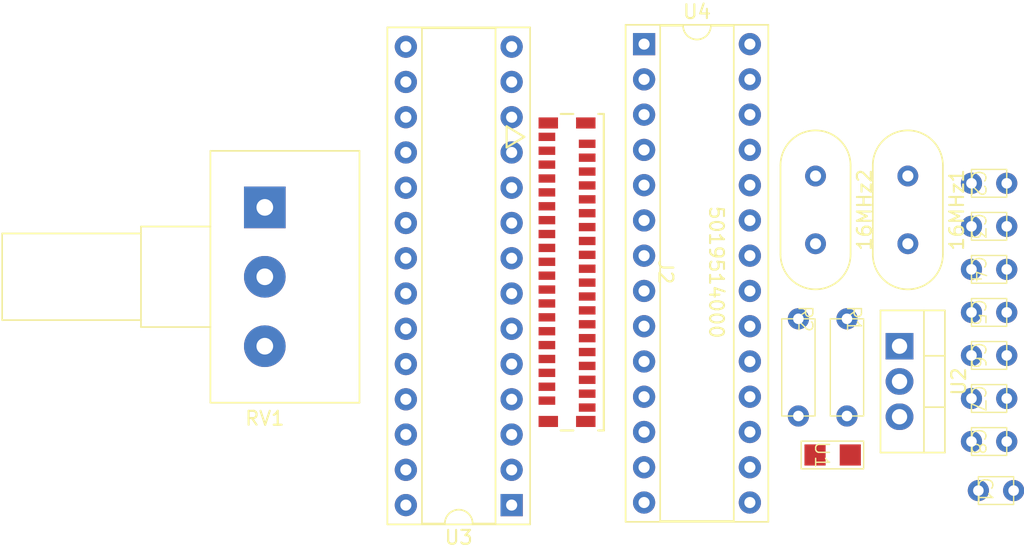
<source format=kicad_pcb>
(kicad_pcb (version 20221018) (generator pcbnew)
  (layers (0 "F.Cu" signal) (1 "In1.Cu" signal) (2 "In2.Cu" signal) (31 "B.Cu" signal) (34 "B.Paste" user) (35 "F.Paste" user) (36 "B.SilkS" user "B.Silkscreen") (37 "F.SilkS" user "F.Silkscreen") (38 "B.Mask" user) (39 "F.Mask" user) (44 "Edge.Cuts" user))
  (net 0 "")
  (net 1 "Net-(U3-XTAL1{slash}PB6)")
  (net 2 "Net-(U3-XTAL2{slash}PB7)")
  (net 3 "Net-(U1-VCC)")
  (net 4 "Net-(U4-XTAL1{slash}PB6)")
  (net 5 "Net-(U4-XTAL2{slash}PB7)")
  (net 6 "Net-(U1-GND)")
  (net 7 "Net-(U2-VO)")
  (net 8 "Net-(U3-PB0)")
  (net 9 "Net-(U3-PB1)")
  (net 10 "Net-(U3-PB3)")
  (net 11 "Net-(U3-PB4)")
  (net 12 "Net-(U3-PB5)")
  (net 13 "Net-(U3-PD0)")
  (net 14 "Net-(U3-PD1)")
  (net 15 "Net-(U3-PD2)")
  (net 16 "Net-(U3-PD3)")
  (net 17 "Net-(U3-PD4)")
  (net 18 "Net-(U3-PD5)")
  (net 19 "Net-(U3-PD6)")
  (net 20 "Net-(U4-PB0)")
  (net 21 "Net-(U4-PB1)")
  (net 22 "Net-(U4-PB2)")
  (net 33 "Net-(U3-~{RESET}{slash}PC6)")
  (net 34 "Net-(U4-~{RESET}{slash}PC6)")
  (net 35 "Net-(U3-PC0)")
  (net 36 "Net-(U3-PD7)")
  (net 37 "Net-(U3-PB2)")
  (footprint "custom:CON_5019514000" (layer "F.Cu") (at 128.449999 93.729977 -90)
    (fp_text reference "J2" (at 0 -7.112 -90 unlocked) (layer "F.SilkS"))
    (fp_text value "5019514000")
    (fp_text user "5019514000" (at 0 -10.76 -90 unlocked) (layer "F.SilkS"))
    (fp_line (start -11.399977 -2.649999) (end -11.399977 -2.249818) (stroke (width 0.1524)) (layer "F.SilkS"))
    (fp_line (start -11.399977 -0.450182) (end -11.399977 0.450182) (stroke (width 0.1524)) (layer "F.SilkS"))
    (fp_line (start -10.510977 4.35) (end -9.748977 3.08) (stroke (width 0.1524)) (layer "F.SilkS"))
    (fp_line (start -9.748977 3.08) (end -8.986977 4.35) (stroke (width 0.1524)) (layer "F.SilkS"))
    (fp_line (start -8.986977 4.35) (end -10.510977 4.35) (stroke (width 0.1524)) (layer "F.SilkS"))
    (fp_line (start 11.399977 -2.649999) (end -11.399977 -2.649999) (stroke (width 0.1524)) (layer "F.SilkS"))
    (fp_line (start 11.399977 -2.249818) (end 11.399977 -2.649999) (stroke (width 0.1524)) (layer "F.SilkS"))
    (fp_line (start 11.399977 0.450182) (end 11.399977 -0.450182) (stroke (width 0.1524)) (layer "F.SilkS"))
    (pad "1" smd rect (at -9.749977 1.449999 270) (size 0.6 1.2) (layers "F.Cu" "F.Paste" "F.Mask") (net 8 "Net-(U3-PB0)"))
    (pad "2" smd rect (at -9.249977 -1.45 270) (size 0.6 1.2) (layers "F.Cu" "F.Paste" "F.Mask") (net 9 "Net-(U3-PB1)"))
    (pad "3" smd rect (at -8.749978 1.449999 270) (size 0.6 1.2) (layers "F.Cu" "F.Paste" "F.Mask") (net 37 "Net-(U3-PB2)"))
    (pad "4" smd rect (at -8.249977 -1.45 270) (size 0.6 1.2) (layers "F.Cu" "F.Paste" "F.Mask") (net 10 "Net-(U3-PB3)"))
    (pad "5" smd rect (at -7.749977 1.449999 270) (size 0.6 1.2) (layers "F.Cu" "F.Paste" "F.Mask") (net 11 "Net-(U3-PB4)"))
    (pad "6" smd rect (at -7.249977 -1.45 270) (size 0.6 1.2) (layers "F.Cu" "F.Paste" "F.Mask") (net 12 "Net-(U3-PB5)"))
    (pad "7" smd rect (at -6.749977 1.449999 270) (size 0.6 1.2) (layers "F.Cu" "F.Paste" "F.Mask") (net 13 "Net-(U3-PD0)"))
    (pad "8" smd rect (at -6.249977 -1.45 270) (size 0.6 1.2) (layers "F.Cu" "F.Paste" "F.Mask") (net 14 "Net-(U3-PD1)"))
    (pad "9" smd rect (at -5.749977 1.449999 270) (size 0.6 1.2) (layers "F.Cu" "F.Paste" "F.Mask") (net 15 "Net-(U3-PD2)"))
    (pad "10" smd rect (at -5.249977 -1.45 270) (size 0.6 1.2) (layers "F.Cu" "F.Paste" "F.Mask") (net 16 "Net-(U3-PD3)"))
    (pad "11" smd rect (at -4.749977 1.449999 270) (size 0.6 1.2) (layers "F.Cu" "F.Paste" "F.Mask") (net 17 "Net-(U3-PD4)"))
    (pad "12" smd rect (at -4.249977 -1.45 270) (size 0.6 1.2) (layers "F.Cu" "F.Paste" "F.Mask") (net 18 "Net-(U3-PD5)"))
    (pad "13" smd rect (at -3.749977 1.449999 270) (size 0.6 1.2) (layers "F.Cu" "F.Paste" "F.Mask") (net 19 "Net-(U3-PD6)"))
    (pad "14" smd rect (at -3.249977 -1.45 270) (size 0.6 1.2) (layers "F.Cu" "F.Paste" "F.Mask") (net 20 "Net-(U4-PB0)"))
    (pad "15" smd rect (at -2.749977 1.449999 270) (size 0.6 1.2) (layers "F.Cu" "F.Paste" "F.Mask") (net 21 "Net-(U4-PB1)"))
    (pad "16" smd rect (at -2.249977 -1.45 270) (size 0.6 1.2) (layers "F.Cu" "F.Paste" "F.Mask") (net 22 "Net-(U4-PB2)"))
    (pad "17" smd rect (at -1.749977 1.449999 270) (size 0.6 1.2) (layers "F.Cu" "F.Paste" "F.Mask") (net 6 "Net-(U1-GND)"))
    (pad "18" smd rect (at -1.249977 -1.45 270) (size 0.6 1.2) (layers "F.Cu" "F.Paste" "F.Mask"))
    (pad "19" smd rect (at -0.749977 1.449999 270) (size 0.6 1.2) (layers "F.Cu" "F.Paste" "F.Mask"))
    (pad "20" smd rect (at -0.249977 -1.45 270) (size 0.6 1.2) (layers "F.Cu" "F.Paste" "F.Mask"))
    (pad "21" smd rect (at 0.250023 1.449999 270) (size 0.6 1.2) (layers "F.Cu" "F.Paste" "F.Mask"))
    (pad "22" smd rect (at 0.750023 -1.45 270) (size 0.6 1.2) (layers "F.Cu" "F.Paste" "F.Mask"))
    (pad "23" smd rect (at 1.250023 1.449999 270) (size 0.6 1.2) (layers "F.Cu" "F.Paste" "F.Mask"))
    (pad "24" smd rect (at 1.750023 -1.45 270) (size 0.6 1.2) (layers "F.Cu" "F.Paste" "F.Mask"))
    (pad "25" smd rect (at 2.250023 1.449999 270) (size 0.6 1.2) (layers "F.Cu" "F.Paste" "F.Mask"))
    (pad "26" smd rect (at 2.750023 -1.45 270) (size 0.6 1.2) (layers "F.Cu" "F.Paste" "F.Mask"))
    (pad "27" smd rect (at 3.250023 1.449999 270) (size 0.6 1.2) (layers "F.Cu" "F.Paste" "F.Mask"))
    (pad "28" smd rect (at 3.750023 -1.45 270) (size 0.6 1.2) (layers "F.Cu" "F.Paste" "F.Mask"))
    (pad "29" smd rect (at 4.250023 1.449999 270) (size 0.6 1.2) (layers "F.Cu" "F.Paste" "F.Mask"))
    (pad "30" smd rect (at 4.750023 -1.45 270) (size 0.6 1.2) (layers "F.Cu" "F.Paste" "F.Mask"))
    (pad "31" smd rect (at 5.250023 1.449999 270) (size 0.6 1.2) (layers "F.Cu" "F.Paste" "F.Mask"))
    (pad "32" smd rect (at 5.750023 -1.45 270) (size 0.6 1.2) (layers "F.Cu" "F.Paste" "F.Mask"))
    (pad "33" smd rect (at 6.250023 1.449999 270) (size 0.6 1.2) (layers "F.Cu" "F.Paste" "F.Mask"))
    (pad "34" smd rect (at 6.750024 -1.45 270) (size 0.6 1.2) (layers "F.Cu" "F.Paste" "F.Mask"))
    (pad "35" smd rect (at 7.250023 1.449999 270) (size 0.6 1.2) (layers "F.Cu" "F.Paste" "F.Mask"))
    (pad "36" smd rect (at 7.750023 -1.45 270) (size 0.6 1.2) (layers "F.Cu" "F.Paste" "F.Mask"))
    (pad "37" smd rect (at 8.250024 1.449999 270) (size 0.6 1.2) (layers "F.Cu" "F.Paste" "F.Mask"))
    (pad "38" smd rect (at 8.750023 -1.45 270) (size 0.6 1.2) (layers "F.Cu" "F.Paste" "F.Mask"))
    (pad "39" smd rect (at 9.250024 1.449999 270) (size 0.6 1.2) (layers "F.Cu" "F.Paste" "F.Mask"))
    (pad "40" smd rect (at 9.750023 -1.45 270) (size 0.6 1.2) (layers "F.Cu" "F.Paste" "F.Mask"))
    (pad "P1" smd rect (at -10.74998 1.35 270) (size 0.8 1.4) (layers "F.Cu" "F.Paste" "F.Mask"))
    (pad "P2" smd rect (at 10.74998 1.35 270) (size 0.8 1.4) (layers "F.Cu" "F.Paste" "F.Mask"))
    (pad "P3" smd rect (at -10.74998 -1.35 270) (size 0.8 1.4) (layers "F.Cu" "F.Paste" "F.Mask"))
    (pad "P4" smd rect (at 10.74998 -1.35 270) (size 0.8 1.4) (layers "F.Cu" "F.Paste" "F.Mask"))
  )
  (footprint "custom:capacitor" (layer "F.Cu") (at 157.583 102.825 -90)
    (fp_text reference "C7" (at 0 -0.5 -90 unlocked) (layer "F.SilkS") (effects (font (thickness 0.1))))
    (fp_text value "22pF")
    (fp_rect (start -1 -2.54) (end 1 0) (stroke (width 0.1)) (fill none) (layer "F.SilkS"))
    (pad "1" thru_hole circle (at 0 0 270) (size 1.524 1.524) (drill 0.762) (layers "*.Cu" "*.Mask") (net 5 "Net-(U4-XTAL2{slash}PB7)"))
    (pad "2" thru_hole circle (at 0 -2.54 270) (size 1.524 1.524) (drill 0.762) (layers "*.Cu" "*.Mask") (net 6 "Net-(U1-GND)"))
  )
  (footprint "Crystal:Crystal_HC49-4H_Vertical" (layer "F.Cu") (at 153 86.8 -90)
    (fp_text reference "16MHz1" (at 2.44 -3.525 90) (layer "F.SilkS"))
    (fp_text value "Crystal")
    (fp_line (start -0.76 -2.525) (end 5.64 -2.525) (stroke (width 0.12)) (layer "F.SilkS"))
    (fp_line (start -0.76 2.525) (end 5.64 2.525) (stroke (width 0.12)) (layer "F.SilkS"))
    (fp_arc (start -0.76 2.525) (mid -3.285 0) (end -0.76 -2.525) (stroke (width 0.12)) (layer "F.SilkS"))
    (fp_arc (start 5.64 -2.525) (mid 8.165 0) (end 5.64 2.525) (stroke (width 0.12)) (layer "F.SilkS"))
    (pad "1" thru_hole circle (at 0 0 270) (size 1.5 1.5) (drill 0.8) (layers "*.Cu" "*.Mask") (net 1 "Net-(U3-XTAL1{slash}PB6)"))
    (pad "2" thru_hole circle (at 4.88 0 270) (size 1.5 1.5) (drill 0.8) (layers "*.Cu" "*.Mask") (net 2 "Net-(U3-XTAL2{slash}PB7)"))
  )
  (footprint "Potentiometer_THT:Potentiometer_Alps_RK163_Single_Horizontal" (layer "F.Cu") (at 106.68 89.06)
    (fp_text reference "RV1" (at 0 15.2 180) (layer "F.SilkS"))
    (fp_text value "R_Potentiometer")
    (fp_line (start -18.92 8.12) (end -18.92 1.88) (stroke (width 0.12)) (layer "F.SilkS"))
    (fp_line (start -8.92 1.88) (end -18.92 1.88) (stroke (width 0.12)) (layer "F.SilkS"))
    (fp_line (start -8.92 8.12) (end -18.92 8.12) (stroke (width 0.12)) (layer "F.SilkS"))
    (fp_line (start -8.92 8.62) (end -8.92 1.38) (stroke (width 0.12)) (layer "F.SilkS"))
    (fp_line (start -3.92 1.38) (end -8.92 1.38) (stroke (width 0.12)) (layer "F.SilkS"))
    (fp_line (start -3.92 8.62) (end -8.92 8.62) (stroke (width 0.12)) (layer "F.SilkS"))
    (fp_line (start -3.92 14.07) (end -3.92 -4.07) (stroke (width 0.12)) (layer "F.SilkS"))
    (fp_line (start 6.82 -4.07) (end -3.92 -4.07) (stroke (width 0.12)) (layer "F.SilkS"))
    (fp_line (start 6.82 14.07) (end -3.92 14.07) (stroke (width 0.12)) (layer "F.SilkS"))
    (fp_line (start 6.82 14.07) (end 6.82 -4.07) (stroke (width 0.12)) (layer "F.SilkS"))
    (pad "1" thru_hole rect (at 0 0 180) (size 3 3) (drill 1.2) (layers "*.Cu" "*.Mask") (net 6 "Net-(U1-GND)"))
    (pad "2" thru_hole circle (at 0 5 180) (size 3 3) (drill 1.2) (layers "*.Cu" "*.Mask") (net 35 "Net-(U3-PC0)"))
    (pad "3" thru_hole circle (at 0 10 180) (size 3 3) (drill 1.2) (layers "*.Cu" "*.Mask") (net 7 "Net-(U2-VO)"))
  )
  (footprint "Package_DIP:DIP-28_W7.62mm_Socket" (layer "F.Cu") (at 134 77.3)
    (fp_text reference "U4" (at 3.81 -2.33) (layer "F.SilkS"))
    (fp_text value "ATmega328-P")
    (fp_line (start -1.33 -1.39) (end -1.33 34.41) (stroke (width 0.12)) (layer "F.SilkS"))
    (fp_line (start -1.33 34.41) (end 8.95 34.41) (stroke (width 0.12)) (layer "F.SilkS"))
    (fp_line (start 1.16 -1.33) (end 1.16 34.35) (stroke (width 0.12)) (layer "F.SilkS"))
    (fp_line (start 1.16 34.35) (end 6.46 34.35) (stroke (width 0.12)) (layer "F.SilkS"))
    (fp_line (start 2.81 -1.33) (end 1.16 -1.33) (stroke (width 0.12)) (layer "F.SilkS"))
    (fp_line (start 6.46 -1.33) (end 4.81 -1.33) (stroke (width 0.12)) (layer "F.SilkS"))
    (fp_line (start 6.46 34.35) (end 6.46 -1.33) (stroke (width 0.12)) (layer "F.SilkS"))
    (fp_line (start 8.95 -1.39) (end -1.33 -1.39) (stroke (width 0.12)) (layer "F.SilkS"))
    (fp_line (start 8.95 34.41) (end 8.95 -1.39) (stroke (width 0.12)) (layer "F.SilkS"))
    (fp_arc (start 4.81 -1.33) (mid 3.81 -0.33) (end 2.81 -1.33) (stroke (width 0.12)) (layer "F.SilkS"))
    (pad "1" thru_hole rect (at 0 0) (size 1.6 1.6) (drill 0.8) (layers "*.Cu" "*.Mask") (net 34 "Net-(U4-~{RESET}{slash}PC6)"))
    (pad "2" thru_hole oval (at 0 2.54) (size 1.6 1.6) (drill 0.8) (layers "*.Cu" "*.Mask"))
    (pad "3" thru_hole oval (at 0 5.08) (size 1.6 1.6) (drill 0.8) (layers "*.Cu" "*.Mask"))
    (pad "4" thru_hole oval (at 0 7.62) (size 1.6 1.6) (drill 0.8) (layers "*.Cu" "*.Mask"))
    (pad "5" thru_hole oval (at 0 10.16) (size 1.6 1.6) (drill 0.8) (layers "*.Cu" "*.Mask"))
    (pad "6" thru_hole oval (at 0 12.7) (size 1.6 1.6) (drill 0.8) (layers "*.Cu" "*.Mask"))
    (pad "7" thru_hole oval (at 0 15.24) (size 1.6 1.6) (drill 0.8) (layers "*.Cu" "*.Mask") (net 3 "Net-(U1-VCC)"))
    (pad "8" thru_hole oval (at 0 17.78) (size 1.6 1.6) (drill 0.8) (layers "*.Cu" "*.Mask") (net 6 "Net-(U1-GND)"))
    (pad "9" thru_hole oval (at 0 20.32) (size 1.6 1.6) (drill 0.8) (layers "*.Cu" "*.Mask") (net 4 "Net-(U4-XTAL1{slash}PB6)"))
    (pad "10" thru_hole oval (at 0 22.86) (size 1.6 1.6) (drill 0.8) (layers "*.Cu" "*.Mask") (net 5 "Net-(U4-XTAL2{slash}PB7)"))
    (pad "11" thru_hole oval (at 0 25.4) (size 1.6 1.6) (drill 0.8) (layers "*.Cu" "*.Mask"))
    (pad "12" thru_hole oval (at 0 27.94) (size 1.6 1.6) (drill 0.8) (layers "*.Cu" "*.Mask"))
    (pad "13" thru_hole oval (at 0 30.48) (size 1.6 1.6) (drill 0.8) (layers "*.Cu" "*.Mask"))
    (pad "14" thru_hole oval (at 0 33.02) (size 1.6 1.6) (drill 0.8) (layers "*.Cu" "*.Mask") (net 20 "Net-(U4-PB0)"))
    (pad "15" thru_hole oval (at 7.62 33.02) (size 1.6 1.6) (drill 0.8) (layers "*.Cu" "*.Mask") (net 21 "Net-(U4-PB1)"))
    (pad "16" thru_hole oval (at 7.62 30.48) (size 1.6 1.6) (drill 0.8) (layers "*.Cu" "*.Mask") (net 22 "Net-(U4-PB2)"))
    (pad "17" thru_hole oval (at 7.62 27.94) (size 1.6 1.6) (drill 0.8) (layers "*.Cu" "*.Mask"))
    (pad "18" thru_hole oval (at 7.62 25.4) (size 1.6 1.6) (drill 0.8) (layers "*.Cu" "*.Mask"))
    (pad "19" thru_hole oval (at 7.62 22.86) (size 1.6 1.6) (drill 0.8) (layers "*.Cu" "*.Mask"))
    (pad "20" thru_hole oval (at 7.62 20.32) (size 1.6 1.6) (drill 0.8) (layers "*.Cu" "*.Mask") (net 3 "Net-(U1-VCC)"))
    (pad "21" thru_hole oval (at 7.62 17.78) (size 1.6 1.6) (drill 0.8) (layers "*.Cu" "*.Mask"))
    (pad "22" thru_hole oval (at 7.62 15.24) (size 1.6 1.6) (drill 0.8) (layers "*.Cu" "*.Mask") (net 6 "Net-(U1-GND)"))
    (pad "23" thru_hole oval (at 7.62 12.7) (size 1.6 1.6) (drill 0.8) (layers "*.Cu" "*.Mask") (net 35 "Net-(U3-PC0)"))
    (pad "24" thru_hole oval (at 7.62 10.16) (size 1.6 1.6) (drill 0.8) (layers "*.Cu" "*.Mask"))
    (pad "25" thru_hole oval (at 7.62 7.62) (size 1.6 1.6) (drill 0.8) (layers "*.Cu" "*.Mask"))
    (pad "26" thru_hole oval (at 7.62 5.08) (size 1.6 1.6) (drill 0.8) (layers "*.Cu" "*.Mask"))
    (pad "27" thru_hole oval (at 7.62 2.54) (size 1.6 1.6) (drill 0.8) (layers "*.Cu" "*.Mask"))
    (pad "28" thru_hole oval (at 7.62 0) (size 1.6 1.6) (drill 0.8) (layers "*.Cu" "*.Mask") (net 36 "Net-(U3-PD7)"))
  )
  (footprint "Package_DIP:DIP-28_W7.62mm_Socket" (layer "F.Cu") (at 124.46 110.505 180)
    (fp_text reference "U3" (at 3.81 -2.33) (layer "F.SilkS"))
    (fp_text value "ATmega328-P")
    (fp_line (start -1.33 -1.39) (end -1.33 34.41) (stroke (width 0.12)) (layer "F.SilkS"))
    (fp_line (start -1.33 34.41) (end 8.95 34.41) (stroke (width 0.12)) (layer "F.SilkS"))
    (fp_line (start 1.16 -1.33) (end 1.16 34.35) (stroke (width 0.12)) (layer "F.SilkS"))
    (fp_line (start 1.16 34.35) (end 6.46 34.35) (stroke (width 0.12)) (layer "F.SilkS"))
    (fp_line (start 2.81 -1.33) (end 1.16 -1.33) (stroke (width 0.12)) (layer "F.SilkS"))
    (fp_line (start 6.46 -1.33) (end 4.81 -1.33) (stroke (width 0.12)) (layer "F.SilkS"))
    (fp_line (start 6.46 34.35) (end 6.46 -1.33) (stroke (width 0.12)) (layer "F.SilkS"))
    (fp_line (start 8.95 -1.39) (end -1.33 -1.39) (stroke (width 0.12)) (layer "F.SilkS"))
    (fp_line (start 8.95 34.41) (end 8.95 -1.39) (stroke (width 0.12)) (layer "F.SilkS"))
    (fp_arc (start 4.81 -1.33) (mid 3.81 -0.33) (end 2.81 -1.33) (stroke (width 0.12)) (layer "F.SilkS"))
    (pad "1" thru_hole rect (at 0 0 180) (size 1.6 1.6) (drill 0.8) (layers "*.Cu" "*.Mask") (net 33 "Net-(U3-~{RESET}{slash}PC6)"))
    (pad "2" thru_hole oval (at 0 2.54 180) (size 1.6 1.6) (drill 0.8) (layers "*.Cu" "*.Mask") (net 13 "Net-(U3-PD0)"))
    (pad "3" thru_hole oval (at 0 5.08 180) (size 1.6 1.6) (drill 0.8) (layers "*.Cu" "*.Mask") (net 14 "Net-(U3-PD1)"))
    (pad "4" thru_hole oval (at 0 7.62 180) (size 1.6 1.6) (drill 0.8) (layers "*.Cu" "*.Mask") (net 15 "Net-(U3-PD2)"))
    (pad "5" thru_hole oval (at 0 10.16 180) (size 1.6 1.6) (drill 0.8) (layers "*.Cu" "*.Mask") (net 16 "Net-(U3-PD3)"))
    (pad "6" thru_hole oval (at 0 12.7 180) (size 1.6 1.6) (drill 0.8) (layers "*.Cu" "*.Mask") (net 17 "Net-(U3-PD4)"))
    (pad "7" thru_hole oval (at 0 15.24 180) (size 1.6 1.6) (drill 0.8) (layers "*.Cu" "*.Mask") (net 7 "Net-(U2-VO)"))
    (pad "8" thru_hole oval (at 0 17.78 180) (size 1.6 1.6) (drill 0.8) (layers "*.Cu" "*.Mask") (net 6 "Net-(U1-GND)"))
    (pad "9" thru_hole oval (at 0 20.32 180) (size 1.6 1.6) (drill 0.8) (layers "*.Cu" "*.Mask") (net 1 "Net-(U3-XTAL1{slash}PB6)"))
    (pad "10" thru_hole oval (at 0 22.86 180) (size 1.6 1.6) (drill 0.8) (layers "*.Cu" "*.Mask") (net 2 "Net-(U3-XTAL2{slash}PB7)"))
    (pad "11" thru_hole oval (at 0 25.4 180) (size 1.6 1.6) (drill 0.8) (layers "*.Cu" "*.Mask") (net 18 "Net-(U3-PD5)"))
    (pad "12" thru_hole oval (at 0 27.94 180) (size 1.6 1.6) (drill 0.8) (layers "*.Cu" "*.Mask") (net 19 "Net-(U3-PD6)"))
    (pad "13" thru_hole oval (at 0 30.48 180) (size 1.6 1.6) (drill 0.8) (layers "*.Cu" "*.Mask") (net 36 "Net-(U3-PD7)"))
    (pad "14" thru_hole oval (at 0 33.02 180) (size 1.6 1.6) (drill 0.8) (layers "*.Cu" "*.Mask") (net 8 "Net-(U3-PB0)"))
    (pad "15" thru_hole oval (at 7.62 33.02 180) (size 1.6 1.6) (drill 0.8) (layers "*.Cu" "*.Mask") (net 9 "Net-(U3-PB1)"))
    (pad "16" thru_hole oval (at 7.62 30.48 180) (size 1.6 1.6) (drill 0.8) (layers "*.Cu" "*.Mask") (net 37 "Net-(U3-PB2)"))
    (pad "17" thru_hole oval (at 7.62 27.94 180) (size 1.6 1.6) (drill 0.8) (layers "*.Cu" "*.Mask") (net 10 "Net-(U3-PB3)"))
    (pad "18" thru_hole oval (at 7.62 25.4 180) (size 1.6 1.6) (drill 0.8) (layers "*.Cu" "*.Mask") (net 11 "Net-(U3-PB4)"))
    (pad "19" thru_hole oval (at 7.62 22.86 180) (size 1.6 1.6) (drill 0.8) (layers "*.Cu" "*.Mask") (net 12 "Net-(U3-PB5)"))
    (pad "20" thru_hole oval (at 7.62 20.32 180) (size 1.6 1.6) (drill 0.8) (layers "*.Cu" "*.Mask") (net 7 "Net-(U2-VO)"))
    (pad "21" thru_hole oval (at 7.62 17.78 180) (size 1.6 1.6) (drill 0.8) (layers "*.Cu" "*.Mask"))
    (pad "22" thru_hole oval (at 7.62 15.24 180) (size 1.6 1.6) (drill 0.8) (layers "*.Cu" "*.Mask") (net 6 "Net-(U1-GND)"))
    (pad "23" thru_hole oval (at 7.62 12.7 180) (size 1.6 1.6) (drill 0.8) (layers "*.Cu" "*.Mask") (net 35 "Net-(U3-PC0)"))
    (pad "24" thru_hole oval (at 7.62 10.16 180) (size 1.6 1.6) (drill 0.8) (layers "*.Cu" "*.Mask"))
    (pad "25" thru_hole oval (at 7.62 7.62 180) (size 1.6 1.6) (drill 0.8) (layers "*.Cu" "*.Mask"))
    (pad "26" thru_hole oval (at 7.62 5.08 180) (size 1.6 1.6) (drill 0.8) (layers "*.Cu" "*.Mask"))
    (pad "27" thru_hole oval (at 7.62 2.54 180) (size 1.6 1.6) (drill 0.8) (layers "*.Cu" "*.Mask"))
    (pad "28" thru_hole oval (at 7.62 0 180) (size 1.6 1.6) (drill 0.8) (layers "*.Cu" "*.Mask"))
  )
  (footprint "custom:capacitor" (layer "F.Cu") (at 157.583 105.925 -90)
    (fp_text reference "C8" (at 0 -0.5 -90 unlocked) (layer "F.SilkS") (effects (font (thickness 0.1))))
    (fp_text value "22pF")
    (fp_rect (start -1 -2.54) (end 1 0) (stroke (width 0.1)) (fill none) (layer "F.SilkS"))
    (pad "1" thru_hole circle (at 0 0 270) (size 1.524 1.524) (drill 0.762) (layers "*.Cu" "*.Mask") (net 4 "Net-(U4-XTAL1{slash}PB6)"))
    (pad "2" thru_hole circle (at 0 -2.54 270) (size 1.524 1.524) (drill 0.762) (layers "*.Cu" "*.Mask") (net 6 "Net-(U1-GND)"))
  )
  (footprint "custom:capacitor" (layer "F.Cu") (at 158.08 109.46 -90)
    (fp_text reference "C1" (at 0 -0.5 -90 unlocked) (layer "F.SilkS") (effects (font (thickness 0.1))))
    (fp_text value "1µF")
    (fp_rect (start -1 -2.54) (end 1 0) (stroke (width 0.1)) (fill none) (layer "F.SilkS"))
    (pad "1" thru_hole circle (at 0 0 270) (size 1.524 1.524) (drill 0.762) (layers "*.Cu" "*.Mask") (net 3 "Net-(U1-VCC)"))
    (pad "2" thru_hole circle (at 0 -2.54 270) (size 1.524 1.524) (drill 0.762) (layers "*.Cu" "*.Mask") (net 6 "Net-(U1-GND)"))
  )
  (footprint "custom:capacitor" (layer "F.Cu") (at 157.583 96.625 -90)
    (fp_text reference "C5" (at 0 -0.5 -90 unlocked) (layer "F.SilkS") (effects (font (thickness 0.1))))
    (fp_text value "22pF")
    (fp_rect (start -1 -2.54) (end 1 0) (stroke (width 0.1)) (fill none) (layer "F.SilkS"))
    (pad "1" thru_hole circle (at 0 0 270) (size 1.524 1.524) (drill 0.762) (layers "*.Cu" "*.Mask") (net 2 "Net-(U3-XTAL2{slash}PB7)"))
    (pad "2" thru_hole circle (at 0 -2.54 270) (size 1.524 1.524) (drill 0.762) (layers "*.Cu" "*.Mask") (net 6 "Net-(U1-GND)"))
  )
  (footprint "Package_TO_SOT_THT:TO-220-3_Vertical" (layer "F.Cu") (at 152.4 99.06 -90)
    (fp_text reference "U2" (at 2.54 -4.27 90) (layer "F.SilkS"))
    (fp_text value "LM7805_TO220")
    (fp_line (start -2.58 -3.27) (end -2.58 1.371) (stroke (width 0.12)) (layer "F.SilkS"))
    (fp_line (start -2.58 -3.27) (end 7.66 -3.27) (stroke (width 0.12)) (layer "F.SilkS"))
    (fp_line (start -2.58 -1.76) (end 7.66 -1.76) (stroke (width 0.12)) (layer "F.SilkS"))
    (fp_line (start -2.58 1.371) (end 7.66 1.371) (stroke (width 0.12)) (layer "F.SilkS"))
    (fp_line (start 0.69 -3.27) (end 0.69 -1.76) (stroke (width 0.12)) (layer "F.SilkS"))
    (fp_line (start 4.391 -3.27) (end 4.391 -1.76) (stroke (width 0.12)) (layer "F.SilkS"))
    (fp_line (start 7.66 -3.27) (end 7.66 1.371) (stroke (width 0.12)) (layer "F.SilkS"))
    (pad "1" thru_hole rect (at 0 0 270) (size 1.905 2) (drill 1.1) (layers "*.Cu" "*.Mask") (net 3 "Net-(U1-VCC)"))
    (pad "2" thru_hole oval (at 2.54 0 270) (size 1.905 2) (drill 1.1) (layers "*.Cu" "*.Mask") (net 6 "Net-(U1-GND)"))
    (pad "3" thru_hole oval (at 5.08 0 270) (size 1.905 2) (drill 1.1) (layers "*.Cu" "*.Mask") (net 7 "Net-(U2-VO)"))
  )
  (footprint "custom:capacitor" (layer "F.Cu") (at 157.583 93.525 -90)
    (fp_text reference "C4" (at 0 -0.5 -90 unlocked) (layer "F.SilkS") (effects (font (thickness 0.1))))
    (fp_text value "10µF")
    (fp_rect (start -1 -2.54) (end 1 0) (stroke (width 0.1)) (fill none) (layer "F.SilkS"))
    (pad "1" thru_hole circle (at 0 0 270) (size 1.524 1.524) (drill 0.762) (layers "*.Cu" "*.Mask") (net 3 "Net-(U1-VCC)"))
    (pad "2" thru_hole circle (at 0 -2.54 270) (size 1.524 1.524) (drill 0.762) (layers "*.Cu" "*.Mask") (net 6 "Net-(U1-GND)"))
  )
  (footprint "Crystal:Crystal_HC49-4H_Vertical" (layer "F.Cu") (at 146.35 86.8 -90)
    (fp_text reference "16MHz2" (at 2.44 -3.525 90) (layer "F.SilkS"))
    (fp_text value "Crystal")
    (fp_line (start -0.76 -2.525) (end 5.64 -2.525) (stroke (width 0.12)) (layer "F.SilkS"))
    (fp_line (start -0.76 2.525) (end 5.64 2.525) (stroke (width 0.12)) (layer "F.SilkS"))
    (fp_arc (start -0.76 2.525) (mid -3.285 0) (end -0.76 -2.525) (stroke (width 0.12)) (layer "F.SilkS"))
    (fp_arc (start 5.64 -2.525) (mid 8.165 0) (end 5.64 2.525) (stroke (width 0.12)) (layer "F.SilkS"))
    (pad "1" thru_hole circle (at 0 0 270) (size 1.5 1.5) (drill 0.8) (layers "*.Cu" "*.Mask") (net 4 "Net-(U4-XTAL1{slash}PB6)"))
    (pad "2" thru_hole circle (at 4.88 0 270) (size 1.5 1.5) (drill 0.8) (layers "*.Cu" "*.Mask") (net 5 "Net-(U4-XTAL2{slash}PB7)"))
  )
  (footprint "custom:capacitor" (layer "F.Cu") (at 157.583 90.425 -90)
    (fp_text reference "C3" (at 0 -0.5 -90 unlocked) (layer "F.SilkS") (effects (font (thickness 0.1))))
    (fp_text value "10µF")
    (fp_rect (start -1 -2.54) (end 1 0) (stroke (width 0.1)) (fill none) (layer "F.SilkS"))
    (pad "1" thru_hole circle (at 0 0 270) (size 1.524 1.524) (drill 0.762) (layers "*.Cu" "*.Mask") (net 7 "Net-(U2-VO)"))
    (pad "2" thru_hole circle (at 0 -2.54 270) (size 1.524 1.524) (drill 0.762) (layers "*.Cu" "*.Mask") (net 6 "Net-(U1-GND)"))
  )
  (footprint "custom:R" (layer "F.Cu") (at 145.115 97.087 -90)
    (fp_text reference "R2" (at 0 -0.5 -90 unlocked) (layer "F.SilkS") (effects (font (thickness 0.1))))
    (fp_text value "10kR")
    (fp_rect (start 0 -1.2) (end 7 1.2) (stroke (width 0.1)) (fill none) (layer "F.SilkS"))
    (pad "1" thru_hole circle (at 0 0 270) (size 1.524 1.524) (drill 0.762) (layers "*.Cu" "*.Mask") (net 34 "Net-(U4-~{RESET}{slash}PC6)"))
    (pad "2" thru_hole circle (at 7 0 270) (size 1.524 1.524) (drill 0.762) (layers "*.Cu" "*.Mask") (net 3 "Net-(U1-VCC)"))
  )
  (footprint "custom:R" (layer "F.Cu") (at 148.615 97.087 -90)
    (fp_text reference "R1" (at 0 -0.5 -90 unlocked) (layer "F.SilkS") (effects (font (thickness 0.1))))
    (fp_text value "10kR")
    (fp_rect (start 0 -1.2) (end 7 1.2) (stroke (width 0.1)) (fill none) (layer "F.SilkS"))
    (pad "1" thru_hole circle (at 0 0 270) (size 1.524 1.524) (drill 0.762) (layers "*.Cu" "*.Mask") (net 33 "Net-(U3-~{RESET}{slash}PC6)"))
    (pad "2" thru_hole circle (at 7 0 270) (size 1.524 1.524) (drill 0.762) (layers "*.Cu" "*.Mask") (net 7 "Net-(U2-VO)"))
  )
  (footprint "custom:power" (layer "F.Cu") (at 146.315 106.895 -90)
    (fp_text reference "U1" (at 0 -0.5 -90 unlocked) (layer "F.SilkS") (effects (font (thickness 0.1))))
    (fp_text value "~")
    (fp_rect (start -1 -3.5) (end 1 1) (stroke (width 0.1)) (fill none) (layer "F.SilkS"))
    (pad "1" smd rect (at 0 0 270) (size 1.524 1.524) (layers "F.Cu" "F.Paste" "F.Mask") (net 3 "Net-(U1-VCC)"))
    (pad "2" smd rect (at 0 -2.54 270) (size 1.524 1.524) (layers "F.Cu" "F.Paste" "F.Mask") (net 6 "Net-(U1-GND)"))
  )
  (footprint "custom:capacitor" (layer "F.Cu") (at 157.583 87.325 -90)
    (fp_text reference "C2" (at 0 -0.5 -90 unlocked) (layer "F.SilkS") (effects (font (thickness 0.1))))
    (fp_text value "1µF")
    (fp_rect (start -1 -2.54) (end 1 0) (stroke (width 0.1)) (fill none) (layer "F.SilkS"))
    (pad "1" thru_hole circle (at 0 0 270) (size 1.524 1.524) (drill 0.762) (layers "*.Cu" "*.Mask") (net 7 "Net-(U2-VO)"))
    (pad "2" thru_hole circle (at 0 -2.54 270) (size 1.524 1.524) (drill 0.762) (layers "*.Cu" "*.Mask") (net 6 "Net-(U1-GND)"))
  )
  (footprint "custom:capacitor" (layer "F.Cu") (at 157.583 99.725 -90)
    (fp_text reference "C6" (at 0 -0.5 -90 unlocked) (layer "F.SilkS") (effects (font (thickness 0.1))))
    (fp_text value "22pF")
    (fp_rect (start -1 -2.54) (end 1 0) (stroke (width 0.1)) (fill none) (layer "F.SilkS"))
    (pad "1" thru_hole circle (at 0 0 270) (size 1.524 1.524) (drill 0.762) (layers "*.Cu" "*.Mask") (net 1 "Net-(U3-XTAL1{slash}PB6)"))
    (pad "2" thru_hole circle (at 0 -2.54 270) (size 1.524 1.524) (drill 0.762) (layers "*.Cu" "*.Mask") (net 6 "Net-(U1-GND)"))
  )
)
</source>
